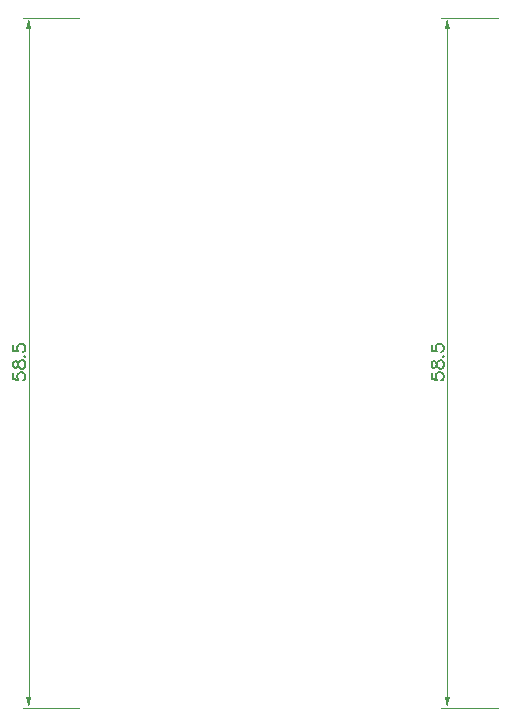
<source format=gbr>
G04 DipTrace 2.4.0.2*
%INTopDimension.gbr*%
%MOIN*%
%ADD13C,0.0014*%
%ADD40C,0.0062*%
%FSLAX44Y44*%
G04*
G70*
G90*
G75*
G01*
%LNTopDimension*%
%LPD*%
X6440Y28443D2*
D13*
X4556D1*
X6440Y5411D2*
X4556D1*
X4753Y16927D2*
Y28049D1*
G36*
Y28443D2*
X4832Y28049D1*
X4674D1*
X4753Y28443D1*
G37*
Y16927D2*
D13*
Y5805D1*
G36*
Y5411D2*
X4674Y5805D1*
X4832D1*
X4753Y5411D1*
G37*
X4229Y16581D2*
D40*
Y16390D1*
X4401Y16371D1*
X4382Y16390D1*
X4363Y16448D1*
Y16505D1*
X4382Y16562D1*
X4420Y16601D1*
X4478Y16620D1*
X4516D1*
X4573Y16601D1*
X4612Y16562D1*
X4631Y16505D1*
Y16448D1*
X4612Y16390D1*
X4592Y16371D1*
X4554Y16352D1*
X4229Y16839D2*
X4248Y16782D1*
X4286Y16762D1*
X4325D1*
X4363Y16782D1*
X4382Y16820D1*
X4401Y16896D1*
X4420Y16954D1*
X4459Y16992D1*
X4497Y17011D1*
X4554D1*
X4592Y16992D1*
X4612Y16973D1*
X4631Y16915D1*
Y16839D1*
X4612Y16782D1*
X4592Y16762D1*
X4554Y16743D1*
X4497D1*
X4459Y16762D1*
X4420Y16801D1*
X4401Y16858D1*
X4382Y16934D1*
X4363Y16973D1*
X4325Y16992D1*
X4286D1*
X4248Y16973D1*
X4229Y16915D1*
Y16839D1*
X4592Y17153D2*
X4612Y17134D1*
X4631Y17153D1*
X4612Y17173D1*
X4592Y17153D1*
X4229Y17526D2*
Y17335D1*
X4401Y17316D1*
X4382Y17335D1*
X4363Y17392D1*
Y17449D1*
X4382Y17507D1*
X4420Y17545D1*
X4478Y17564D1*
X4516D1*
X4573Y17545D1*
X4612Y17507D1*
X4631Y17449D1*
Y17392D1*
X4612Y17335D1*
X4592Y17316D1*
X4554Y17296D1*
X20391Y28443D2*
D13*
X18507D1*
X20391Y5411D2*
X18507D1*
X18704Y16927D2*
Y28049D1*
G36*
Y28443D2*
X18783Y28049D1*
X18625D1*
X18704Y28443D1*
G37*
Y16927D2*
D13*
Y5805D1*
G36*
Y5411D2*
X18625Y5805D1*
X18783D1*
X18704Y5411D1*
G37*
X18180Y16581D2*
D40*
Y16390D1*
X18352Y16371D1*
X18333Y16390D1*
X18314Y16448D1*
Y16505D1*
X18333Y16562D1*
X18371Y16601D1*
X18429Y16620D1*
X18467D1*
X18524Y16601D1*
X18563Y16562D1*
X18582Y16505D1*
Y16448D1*
X18563Y16390D1*
X18543Y16371D1*
X18505Y16352D1*
X18180Y16839D2*
X18199Y16782D1*
X18237Y16762D1*
X18276D1*
X18314Y16782D1*
X18333Y16820D1*
X18352Y16896D1*
X18371Y16954D1*
X18410Y16992D1*
X18448Y17011D1*
X18505D1*
X18543Y16992D1*
X18563Y16973D1*
X18582Y16915D1*
Y16839D1*
X18563Y16782D1*
X18543Y16762D1*
X18505Y16743D1*
X18448D1*
X18410Y16762D1*
X18371Y16801D1*
X18352Y16858D1*
X18333Y16934D1*
X18314Y16973D1*
X18276Y16992D1*
X18237D1*
X18199Y16973D1*
X18180Y16915D1*
Y16839D1*
X18543Y17153D2*
X18563Y17134D1*
X18582Y17153D1*
X18563Y17173D1*
X18543Y17153D1*
X18180Y17526D2*
Y17335D1*
X18352Y17316D1*
X18333Y17335D1*
X18314Y17392D1*
Y17449D1*
X18333Y17507D1*
X18371Y17545D1*
X18429Y17564D1*
X18467D1*
X18524Y17545D1*
X18563Y17507D1*
X18582Y17449D1*
Y17392D1*
X18563Y17335D1*
X18543Y17316D1*
X18505Y17296D1*
M02*

</source>
